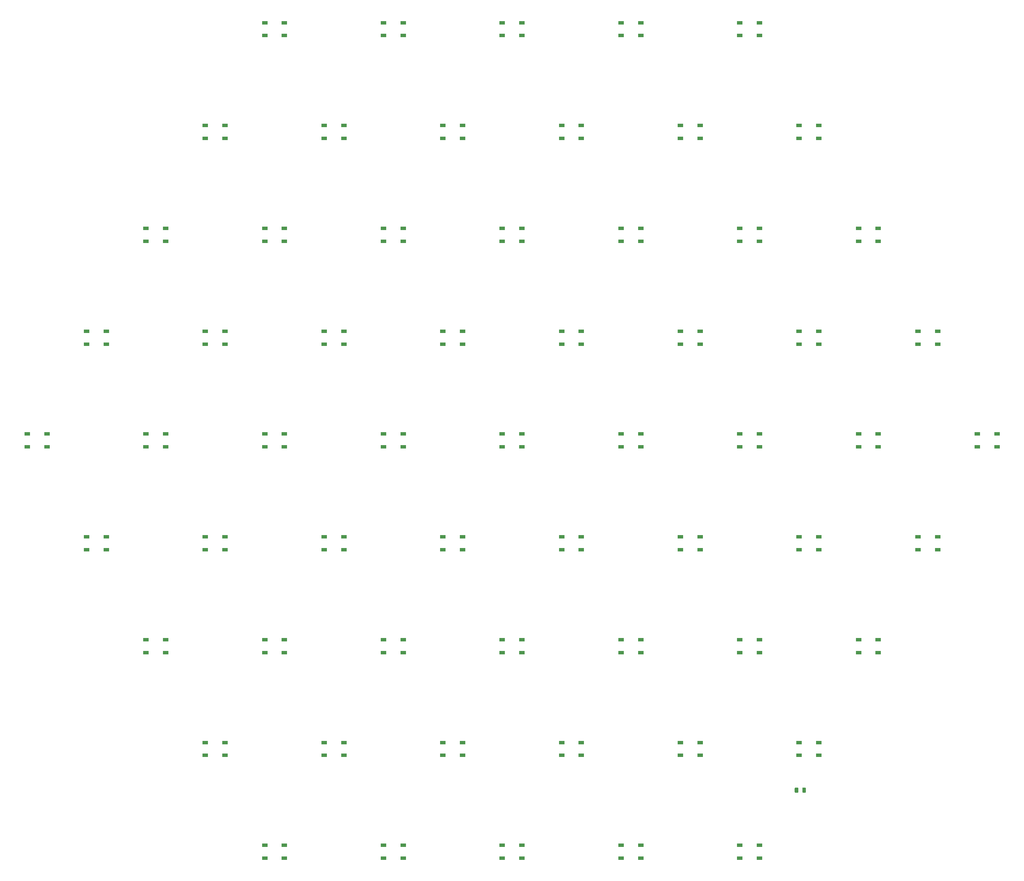
<source format=gbr>
G04 #@! TF.GenerationSoftware,KiCad,Pcbnew,(5.1.5)-3*
G04 #@! TF.CreationDate,2021-02-21T08:16:01-05:00*
G04 #@! TF.ProjectId,rainboard_newfighter,7261696e-626f-4617-9264-5f6e65776669,rev?*
G04 #@! TF.SameCoordinates,Original*
G04 #@! TF.FileFunction,Paste,Top*
G04 #@! TF.FilePolarity,Positive*
%FSLAX46Y46*%
G04 Gerber Fmt 4.6, Leading zero omitted, Abs format (unit mm)*
G04 Created by KiCad (PCBNEW (5.1.5)-3) date 2021-02-21 08:16:01*
%MOMM*%
%LPD*%
G04 APERTURE LIST*
%ADD10C,0.100000*%
%ADD11R,1.398400X0.898400*%
G04 APERTURE END LIST*
D10*
G36*
X70875752Y-93836351D02*
G01*
X70896948Y-93839496D01*
X70917734Y-93844702D01*
X70937909Y-93851921D01*
X70957279Y-93861082D01*
X70975659Y-93872099D01*
X70992870Y-93884863D01*
X71008747Y-93899253D01*
X71023137Y-93915130D01*
X71035901Y-93932341D01*
X71046918Y-93950721D01*
X71056079Y-93970091D01*
X71063298Y-93990266D01*
X71068504Y-94011052D01*
X71071649Y-94032248D01*
X71072700Y-94053650D01*
X71072700Y-94915350D01*
X71071649Y-94936752D01*
X71068504Y-94957948D01*
X71063298Y-94978734D01*
X71056079Y-94998909D01*
X71046918Y-95018279D01*
X71035901Y-95036659D01*
X71023137Y-95053870D01*
X71008747Y-95069747D01*
X70992870Y-95084137D01*
X70975659Y-95096901D01*
X70957279Y-95107918D01*
X70937909Y-95117079D01*
X70917734Y-95124298D01*
X70896948Y-95129504D01*
X70875752Y-95132649D01*
X70854350Y-95133700D01*
X70417650Y-95133700D01*
X70396248Y-95132649D01*
X70375052Y-95129504D01*
X70354266Y-95124298D01*
X70334091Y-95117079D01*
X70314721Y-95107918D01*
X70296341Y-95096901D01*
X70279130Y-95084137D01*
X70263253Y-95069747D01*
X70248863Y-95053870D01*
X70236099Y-95036659D01*
X70225082Y-95018279D01*
X70215921Y-94998909D01*
X70208702Y-94978734D01*
X70203496Y-94957948D01*
X70200351Y-94936752D01*
X70199300Y-94915350D01*
X70199300Y-94053650D01*
X70200351Y-94032248D01*
X70203496Y-94011052D01*
X70208702Y-93990266D01*
X70215921Y-93970091D01*
X70225082Y-93950721D01*
X70236099Y-93932341D01*
X70248863Y-93915130D01*
X70263253Y-93899253D01*
X70279130Y-93884863D01*
X70296341Y-93872099D01*
X70314721Y-93861082D01*
X70334091Y-93851921D01*
X70354266Y-93844702D01*
X70375052Y-93839496D01*
X70396248Y-93836351D01*
X70417650Y-93835300D01*
X70854350Y-93835300D01*
X70875752Y-93836351D01*
G37*
G36*
X72750752Y-93836351D02*
G01*
X72771948Y-93839496D01*
X72792734Y-93844702D01*
X72812909Y-93851921D01*
X72832279Y-93861082D01*
X72850659Y-93872099D01*
X72867870Y-93884863D01*
X72883747Y-93899253D01*
X72898137Y-93915130D01*
X72910901Y-93932341D01*
X72921918Y-93950721D01*
X72931079Y-93970091D01*
X72938298Y-93990266D01*
X72943504Y-94011052D01*
X72946649Y-94032248D01*
X72947700Y-94053650D01*
X72947700Y-94915350D01*
X72946649Y-94936752D01*
X72943504Y-94957948D01*
X72938298Y-94978734D01*
X72931079Y-94998909D01*
X72921918Y-95018279D01*
X72910901Y-95036659D01*
X72898137Y-95053870D01*
X72883747Y-95069747D01*
X72867870Y-95084137D01*
X72850659Y-95096901D01*
X72832279Y-95107918D01*
X72812909Y-95117079D01*
X72792734Y-95124298D01*
X72771948Y-95129504D01*
X72750752Y-95132649D01*
X72729350Y-95133700D01*
X72292650Y-95133700D01*
X72271248Y-95132649D01*
X72250052Y-95129504D01*
X72229266Y-95124298D01*
X72209091Y-95117079D01*
X72189721Y-95107918D01*
X72171341Y-95096901D01*
X72154130Y-95084137D01*
X72138253Y-95069747D01*
X72123863Y-95053870D01*
X72111099Y-95036659D01*
X72100082Y-95018279D01*
X72090921Y-94998909D01*
X72083702Y-94978734D01*
X72078496Y-94957948D01*
X72075351Y-94936752D01*
X72074300Y-94915350D01*
X72074300Y-94053650D01*
X72075351Y-94032248D01*
X72078496Y-94011052D01*
X72083702Y-93990266D01*
X72090921Y-93970091D01*
X72100082Y-93950721D01*
X72111099Y-93932341D01*
X72123863Y-93915130D01*
X72138253Y-93899253D01*
X72154130Y-93884863D01*
X72171341Y-93872099D01*
X72189721Y-93861082D01*
X72209091Y-93851921D01*
X72229266Y-93844702D01*
X72250052Y-93839496D01*
X72271248Y-93836351D01*
X72292650Y-93835300D01*
X72729350Y-93835300D01*
X72750752Y-93836351D01*
G37*
D11*
X61443700Y-111400000D03*
X61443700Y-108200000D03*
X56543700Y-111400000D03*
X56543700Y-108200000D03*
X31946800Y-111400000D03*
X31946800Y-108200000D03*
X27046800Y-111400000D03*
X27046800Y-108200000D03*
X2450000Y-111400000D03*
X2450000Y-108200000D03*
X-2450000Y-111400000D03*
X-2450000Y-108200000D03*
X-27046800Y-111400000D03*
X-27046800Y-108200000D03*
X-31946800Y-111400000D03*
X-31946800Y-108200000D03*
X-56543700Y-111400000D03*
X-56543700Y-108200000D03*
X-61443700Y-111400000D03*
X-61443700Y-108200000D03*
X-76192100Y-82655000D03*
X-76192100Y-85855000D03*
X-71292100Y-82655000D03*
X-71292100Y-85855000D03*
X-46695200Y-82655000D03*
X-46695200Y-85855000D03*
X-41795200Y-82655000D03*
X-41795200Y-85855000D03*
X-17198400Y-82655000D03*
X-17198400Y-85855000D03*
X-12298400Y-82655000D03*
X-12298400Y-85855000D03*
X12298400Y-82655000D03*
X12298400Y-85855000D03*
X17198400Y-82655000D03*
X17198400Y-85855000D03*
X41823500Y-82655000D03*
X41823500Y-85855000D03*
X46723500Y-82655000D03*
X46723500Y-85855000D03*
X71292100Y-82655000D03*
X71292100Y-85855000D03*
X76192100Y-82655000D03*
X76192100Y-85855000D03*
X90940500Y-60310000D03*
X90940500Y-57110000D03*
X86040500Y-60310000D03*
X86040500Y-57110000D03*
X61443700Y-60310000D03*
X61443700Y-57110000D03*
X56543700Y-60310000D03*
X56543700Y-57110000D03*
X31946800Y-60310000D03*
X31946800Y-57110000D03*
X27046800Y-60310000D03*
X27046800Y-57110000D03*
X2450000Y-60310000D03*
X2450000Y-57110000D03*
X-2450000Y-60310000D03*
X-2450000Y-57110000D03*
X-27046800Y-60310000D03*
X-27046800Y-57110000D03*
X-31946800Y-60310000D03*
X-31946800Y-57110000D03*
X-56543700Y-60310000D03*
X-56543700Y-57110000D03*
X-61443700Y-60310000D03*
X-61443700Y-57110000D03*
X-86040500Y-60310000D03*
X-86040500Y-57110000D03*
X-90940500Y-60310000D03*
X-90940500Y-57110000D03*
X-105689000Y-31565000D03*
X-105689000Y-34765000D03*
X-100789000Y-31565000D03*
X-100789000Y-34765000D03*
X-76192100Y-31565000D03*
X-76192100Y-34765000D03*
X-71292100Y-31565000D03*
X-71292100Y-34765000D03*
X-46695200Y-31565000D03*
X-46695200Y-34765000D03*
X-41795200Y-31565000D03*
X-41795200Y-34765000D03*
X-17198400Y-31565000D03*
X-17198400Y-34765000D03*
X-12298400Y-31565000D03*
X-12298400Y-34765000D03*
X12298400Y-31565000D03*
X12298400Y-34765000D03*
X17198400Y-31565000D03*
X17198400Y-34765000D03*
X41795200Y-31565000D03*
X41795200Y-34765000D03*
X46695200Y-31565000D03*
X46695200Y-34765000D03*
X71292100Y-31565000D03*
X71292100Y-34765000D03*
X76192100Y-31565000D03*
X76192100Y-34765000D03*
X100789000Y-31565000D03*
X100789000Y-34765000D03*
X105689000Y-31565000D03*
X105689000Y-34765000D03*
X120437000Y-9220000D03*
X120437000Y-6020000D03*
X115537000Y-9220000D03*
X115537000Y-6020000D03*
X90940500Y-9220000D03*
X90940500Y-6020000D03*
X86040500Y-9220000D03*
X86040500Y-6020000D03*
X61443700Y-9220000D03*
X61443700Y-6020000D03*
X56543700Y-9220000D03*
X56543700Y-6020000D03*
X31946800Y-9220000D03*
X31946800Y-6020000D03*
X27046800Y-9220000D03*
X27046800Y-6020000D03*
X2450000Y-9220000D03*
X2450000Y-6020000D03*
X-2450000Y-9220000D03*
X-2450000Y-6020000D03*
X-27046800Y-9220000D03*
X-27046800Y-6020000D03*
X-31946800Y-9220000D03*
X-31946800Y-6020000D03*
X-56543700Y-9220000D03*
X-56543700Y-6020000D03*
X-61443700Y-9220000D03*
X-61443700Y-6020000D03*
X-86040500Y-9220000D03*
X-86040500Y-6020000D03*
X-90940500Y-9220000D03*
X-90940500Y-6020000D03*
X-115537000Y-9220000D03*
X-115537000Y-6020000D03*
X-120437000Y-9220000D03*
X-120437000Y-6020000D03*
X-105689000Y19525000D03*
X-105689000Y16325000D03*
X-100789000Y19525000D03*
X-100789000Y16325000D03*
X-76192100Y19525000D03*
X-76192100Y16325000D03*
X-71292100Y19525000D03*
X-71292100Y16325000D03*
X-46695200Y19525000D03*
X-46695200Y16325000D03*
X-41795200Y19525000D03*
X-41795200Y16325000D03*
X-17198400Y19525000D03*
X-17198400Y16325000D03*
X-12298400Y19525000D03*
X-12298400Y16325000D03*
X12298400Y19525000D03*
X12298400Y16325000D03*
X17198400Y19525000D03*
X17198400Y16325000D03*
X41795200Y19525000D03*
X41795200Y16325000D03*
X46695200Y19525000D03*
X46695200Y16325000D03*
X71292100Y19525000D03*
X71292100Y16325000D03*
X76192100Y19525000D03*
X76192100Y16325000D03*
X100789000Y19525000D03*
X100789000Y16325000D03*
X105689000Y19525000D03*
X105689000Y16325000D03*
X90940500Y41870000D03*
X90940500Y45070000D03*
X86040500Y41870000D03*
X86040500Y45070000D03*
X61443700Y41870000D03*
X61443700Y45070000D03*
X56543700Y41870000D03*
X56543700Y45070000D03*
X31946800Y41870000D03*
X31946800Y45070000D03*
X27046800Y41870000D03*
X27046800Y45070000D03*
X2450000Y41870000D03*
X2450000Y45070000D03*
X-2450000Y41870000D03*
X-2450000Y45070000D03*
X-27046800Y41870000D03*
X-27046800Y45070000D03*
X-31946800Y41870000D03*
X-31946800Y45070000D03*
X-56543700Y41870000D03*
X-56543700Y45070000D03*
X-61443700Y41870000D03*
X-61443700Y45070000D03*
X-86040500Y41870000D03*
X-86040500Y45070000D03*
X-90940500Y41870000D03*
X-90940500Y45070000D03*
X-76192100Y70615000D03*
X-76192100Y67415000D03*
X-71292100Y70615000D03*
X-71292100Y67415000D03*
X-46695200Y70615000D03*
X-46695200Y67415000D03*
X-41795200Y70615000D03*
X-41795200Y67415000D03*
X-17198400Y70615000D03*
X-17198400Y67415000D03*
X-12298400Y70615000D03*
X-12298400Y67415000D03*
X12298400Y70615000D03*
X12298400Y67415000D03*
X17198400Y70615000D03*
X17198400Y67415000D03*
X41795200Y70615000D03*
X41795200Y67415000D03*
X46695200Y70615000D03*
X46695200Y67415000D03*
X71292100Y70615000D03*
X71292100Y67415000D03*
X76192100Y70615000D03*
X76192100Y67415000D03*
X61443700Y92960000D03*
X61443700Y96160000D03*
X56543700Y92960000D03*
X56543700Y96160000D03*
X31946800Y92960000D03*
X31946800Y96160000D03*
X27046800Y92960000D03*
X27046800Y96160000D03*
X2450000Y92960000D03*
X2450000Y96160000D03*
X-2450000Y92960000D03*
X-2450000Y96160000D03*
X-27046800Y92960000D03*
X-27046800Y96160000D03*
X-31946800Y92960000D03*
X-31946800Y96160000D03*
X-56543700Y92960000D03*
X-56543700Y96160000D03*
X-61443700Y92960000D03*
X-61443700Y96160000D03*
M02*

</source>
